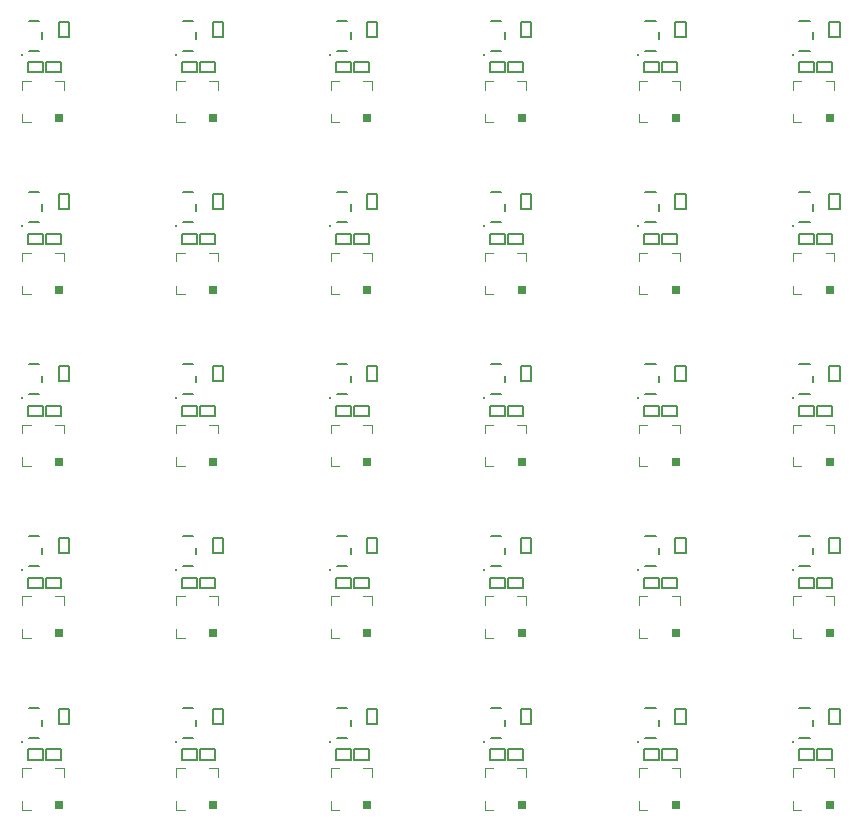
<source format=gbo>
G75*
%MOIN*%
%OFA0B0*%
%FSLAX25Y25*%
%IPPOS*%
%LPD*%
%AMOC8*
5,1,8,0,0,1.08239X$1,22.5*
%
%ADD10C,0.00800*%
%ADD11C,0.01000*%
%ADD12C,0.00400*%
%ADD13R,0.02953X0.02953*%
D10*
X0059905Y0062762D02*
X0059905Y0066169D01*
X0064905Y0066169D01*
X0064905Y0062762D01*
X0059905Y0062762D01*
X0065905Y0062769D02*
X0065905Y0066175D01*
X0070905Y0066175D01*
X0070905Y0062769D01*
X0065905Y0062769D01*
X0063596Y0069969D02*
X0060215Y0069969D01*
X0064696Y0073912D02*
X0064696Y0076025D01*
X0063596Y0079969D02*
X0060215Y0079969D01*
X0070205Y0079469D02*
X0070205Y0074469D01*
X0073612Y0074469D01*
X0073612Y0079469D01*
X0070205Y0079469D01*
X0111585Y0079969D02*
X0114966Y0079969D01*
X0116066Y0076025D02*
X0116066Y0073912D01*
X0121576Y0074469D02*
X0121576Y0079469D01*
X0124982Y0079469D01*
X0124982Y0074469D01*
X0121576Y0074469D01*
X0114966Y0069969D02*
X0111585Y0069969D01*
X0111276Y0066169D02*
X0111276Y0062762D01*
X0116276Y0062762D01*
X0116276Y0066169D01*
X0111276Y0066169D01*
X0117276Y0066175D02*
X0117276Y0062769D01*
X0122276Y0062769D01*
X0122276Y0066175D01*
X0117276Y0066175D01*
X0162646Y0066169D02*
X0162646Y0062762D01*
X0167646Y0062762D01*
X0167646Y0066169D01*
X0162646Y0066169D01*
X0162955Y0069969D02*
X0166336Y0069969D01*
X0168646Y0066175D02*
X0168646Y0062769D01*
X0173646Y0062769D01*
X0173646Y0066175D01*
X0168646Y0066175D01*
X0167436Y0073912D02*
X0167436Y0076025D01*
X0166336Y0079969D02*
X0162955Y0079969D01*
X0172946Y0079469D02*
X0172946Y0074469D01*
X0176352Y0074469D01*
X0176352Y0079469D01*
X0172946Y0079469D01*
X0214325Y0079969D02*
X0217706Y0079969D01*
X0218806Y0076025D02*
X0218806Y0073912D01*
X0217706Y0069969D02*
X0214325Y0069969D01*
X0214016Y0066169D02*
X0214016Y0062762D01*
X0219016Y0062762D01*
X0219016Y0066169D01*
X0214016Y0066169D01*
X0220016Y0066175D02*
X0220016Y0062769D01*
X0225016Y0062769D01*
X0225016Y0066175D01*
X0220016Y0066175D01*
X0224316Y0074469D02*
X0227722Y0074469D01*
X0227722Y0079469D01*
X0224316Y0079469D01*
X0224316Y0074469D01*
X0265695Y0069969D02*
X0269076Y0069969D01*
X0270386Y0066169D02*
X0265386Y0066169D01*
X0265386Y0062762D01*
X0270386Y0062762D01*
X0270386Y0066169D01*
X0271386Y0066175D02*
X0271386Y0062769D01*
X0276386Y0062769D01*
X0276386Y0066175D01*
X0271386Y0066175D01*
X0270176Y0073912D02*
X0270176Y0076025D01*
X0269076Y0079969D02*
X0265695Y0079969D01*
X0275686Y0079469D02*
X0275686Y0074469D01*
X0279092Y0074469D01*
X0279092Y0079469D01*
X0275686Y0079469D01*
X0317065Y0079969D02*
X0320446Y0079969D01*
X0321546Y0076025D02*
X0321546Y0073912D01*
X0327056Y0074469D02*
X0327056Y0079469D01*
X0330462Y0079469D01*
X0330462Y0074469D01*
X0327056Y0074469D01*
X0320446Y0069969D02*
X0317065Y0069969D01*
X0316756Y0066169D02*
X0316756Y0062762D01*
X0321756Y0062762D01*
X0321756Y0066169D01*
X0316756Y0066169D01*
X0322756Y0066175D02*
X0322756Y0062769D01*
X0327756Y0062769D01*
X0327756Y0066175D01*
X0322756Y0066175D01*
X0322756Y0120044D02*
X0327756Y0120044D01*
X0327756Y0123450D01*
X0322756Y0123450D01*
X0322756Y0120044D01*
X0321756Y0120038D02*
X0321756Y0123444D01*
X0316756Y0123444D01*
X0316756Y0120038D01*
X0321756Y0120038D01*
X0320446Y0127244D02*
X0317065Y0127244D01*
X0321546Y0131187D02*
X0321546Y0133301D01*
X0327056Y0131744D02*
X0327056Y0136744D01*
X0330462Y0136744D01*
X0330462Y0131744D01*
X0327056Y0131744D01*
X0320446Y0137244D02*
X0317065Y0137244D01*
X0279092Y0136744D02*
X0279092Y0131744D01*
X0275686Y0131744D01*
X0275686Y0136744D01*
X0279092Y0136744D01*
X0270176Y0133301D02*
X0270176Y0131187D01*
X0269076Y0127244D02*
X0265695Y0127244D01*
X0265386Y0123444D02*
X0265386Y0120038D01*
X0270386Y0120038D01*
X0270386Y0123444D01*
X0265386Y0123444D01*
X0271386Y0123450D02*
X0271386Y0120044D01*
X0276386Y0120044D01*
X0276386Y0123450D01*
X0271386Y0123450D01*
X0269076Y0137244D02*
X0265695Y0137244D01*
X0227722Y0136744D02*
X0227722Y0131744D01*
X0224316Y0131744D01*
X0224316Y0136744D01*
X0227722Y0136744D01*
X0218806Y0133301D02*
X0218806Y0131187D01*
X0217706Y0127244D02*
X0214325Y0127244D01*
X0214016Y0123444D02*
X0214016Y0120038D01*
X0219016Y0120038D01*
X0219016Y0123444D01*
X0214016Y0123444D01*
X0220016Y0123450D02*
X0220016Y0120044D01*
X0225016Y0120044D01*
X0225016Y0123450D01*
X0220016Y0123450D01*
X0217706Y0137244D02*
X0214325Y0137244D01*
X0176352Y0136744D02*
X0176352Y0131744D01*
X0172946Y0131744D01*
X0172946Y0136744D01*
X0176352Y0136744D01*
X0167436Y0133301D02*
X0167436Y0131187D01*
X0166336Y0127244D02*
X0162955Y0127244D01*
X0162646Y0123444D02*
X0162646Y0120038D01*
X0167646Y0120038D01*
X0167646Y0123444D01*
X0162646Y0123444D01*
X0168646Y0123450D02*
X0168646Y0120044D01*
X0173646Y0120044D01*
X0173646Y0123450D01*
X0168646Y0123450D01*
X0166336Y0137244D02*
X0162955Y0137244D01*
X0124982Y0136744D02*
X0124982Y0131744D01*
X0121576Y0131744D01*
X0121576Y0136744D01*
X0124982Y0136744D01*
X0116066Y0133301D02*
X0116066Y0131187D01*
X0114966Y0127244D02*
X0111585Y0127244D01*
X0111276Y0123444D02*
X0111276Y0120038D01*
X0116276Y0120038D01*
X0116276Y0123444D01*
X0111276Y0123444D01*
X0117276Y0123450D02*
X0117276Y0120044D01*
X0122276Y0120044D01*
X0122276Y0123450D01*
X0117276Y0123450D01*
X0114966Y0137244D02*
X0111585Y0137244D01*
X0073612Y0136744D02*
X0073612Y0131744D01*
X0070205Y0131744D01*
X0070205Y0136744D01*
X0073612Y0136744D01*
X0064696Y0133301D02*
X0064696Y0131187D01*
X0063596Y0127244D02*
X0060215Y0127244D01*
X0059905Y0123444D02*
X0059905Y0120038D01*
X0064905Y0120038D01*
X0064905Y0123444D01*
X0059905Y0123444D01*
X0065905Y0123450D02*
X0065905Y0120044D01*
X0070905Y0120044D01*
X0070905Y0123450D01*
X0065905Y0123450D01*
X0063596Y0137244D02*
X0060215Y0137244D01*
X0059905Y0177313D02*
X0059905Y0180720D01*
X0064905Y0180720D01*
X0064905Y0177313D01*
X0059905Y0177313D01*
X0065905Y0177320D02*
X0065905Y0180726D01*
X0070905Y0180726D01*
X0070905Y0177320D01*
X0065905Y0177320D01*
X0063596Y0184520D02*
X0060215Y0184520D01*
X0064696Y0188463D02*
X0064696Y0190576D01*
X0063596Y0194520D02*
X0060215Y0194520D01*
X0070205Y0194020D02*
X0070205Y0189020D01*
X0073612Y0189020D01*
X0073612Y0194020D01*
X0070205Y0194020D01*
X0070905Y0234595D02*
X0065905Y0234595D01*
X0065905Y0238002D01*
X0070905Y0238002D01*
X0070905Y0234595D01*
X0064905Y0234589D02*
X0064905Y0237995D01*
X0059905Y0237995D01*
X0059905Y0234589D01*
X0064905Y0234589D01*
X0063596Y0241795D02*
X0060215Y0241795D01*
X0064696Y0245739D02*
X0064696Y0247852D01*
X0063596Y0251795D02*
X0060215Y0251795D01*
X0070205Y0251295D02*
X0070205Y0246295D01*
X0073612Y0246295D01*
X0073612Y0251295D01*
X0070205Y0251295D01*
X0111585Y0251795D02*
X0114966Y0251795D01*
X0116066Y0247852D02*
X0116066Y0245739D01*
X0114966Y0241795D02*
X0111585Y0241795D01*
X0111276Y0237995D02*
X0111276Y0234589D01*
X0116276Y0234589D01*
X0116276Y0237995D01*
X0111276Y0237995D01*
X0117276Y0238002D02*
X0117276Y0234595D01*
X0122276Y0234595D01*
X0122276Y0238002D01*
X0117276Y0238002D01*
X0121576Y0246295D02*
X0124982Y0246295D01*
X0124982Y0251295D01*
X0121576Y0251295D01*
X0121576Y0246295D01*
X0162955Y0241795D02*
X0166336Y0241795D01*
X0167646Y0237995D02*
X0162646Y0237995D01*
X0162646Y0234589D01*
X0167646Y0234589D01*
X0167646Y0237995D01*
X0168646Y0238002D02*
X0168646Y0234595D01*
X0173646Y0234595D01*
X0173646Y0238002D01*
X0168646Y0238002D01*
X0167436Y0245739D02*
X0167436Y0247852D01*
X0166336Y0251795D02*
X0162955Y0251795D01*
X0172946Y0251295D02*
X0172946Y0246295D01*
X0176352Y0246295D01*
X0176352Y0251295D01*
X0172946Y0251295D01*
X0214325Y0251795D02*
X0217706Y0251795D01*
X0218806Y0247852D02*
X0218806Y0245739D01*
X0217706Y0241795D02*
X0214325Y0241795D01*
X0214016Y0237995D02*
X0214016Y0234589D01*
X0219016Y0234589D01*
X0219016Y0237995D01*
X0214016Y0237995D01*
X0220016Y0238002D02*
X0220016Y0234595D01*
X0225016Y0234595D01*
X0225016Y0238002D01*
X0220016Y0238002D01*
X0224316Y0246295D02*
X0227722Y0246295D01*
X0227722Y0251295D01*
X0224316Y0251295D01*
X0224316Y0246295D01*
X0265695Y0241795D02*
X0269076Y0241795D01*
X0270386Y0237995D02*
X0265386Y0237995D01*
X0265386Y0234589D01*
X0270386Y0234589D01*
X0270386Y0237995D01*
X0271386Y0238002D02*
X0271386Y0234595D01*
X0276386Y0234595D01*
X0276386Y0238002D01*
X0271386Y0238002D01*
X0270176Y0245739D02*
X0270176Y0247852D01*
X0269076Y0251795D02*
X0265695Y0251795D01*
X0275686Y0251295D02*
X0275686Y0246295D01*
X0279092Y0246295D01*
X0279092Y0251295D01*
X0275686Y0251295D01*
X0317065Y0251795D02*
X0320446Y0251795D01*
X0321546Y0247852D02*
X0321546Y0245739D01*
X0320446Y0241795D02*
X0317065Y0241795D01*
X0316756Y0237995D02*
X0316756Y0234589D01*
X0321756Y0234589D01*
X0321756Y0237995D01*
X0316756Y0237995D01*
X0322756Y0238002D02*
X0322756Y0234595D01*
X0327756Y0234595D01*
X0327756Y0238002D01*
X0322756Y0238002D01*
X0327056Y0246295D02*
X0330462Y0246295D01*
X0330462Y0251295D01*
X0327056Y0251295D01*
X0327056Y0246295D01*
X0327756Y0291871D02*
X0322756Y0291871D01*
X0322756Y0295277D01*
X0327756Y0295277D01*
X0327756Y0291871D01*
X0321756Y0291865D02*
X0321756Y0295271D01*
X0316756Y0295271D01*
X0316756Y0291865D01*
X0321756Y0291865D01*
X0320446Y0299071D02*
X0317065Y0299071D01*
X0321546Y0303014D02*
X0321546Y0305128D01*
X0320446Y0309071D02*
X0317065Y0309071D01*
X0327056Y0308571D02*
X0327056Y0303571D01*
X0330462Y0303571D01*
X0330462Y0308571D01*
X0327056Y0308571D01*
X0279092Y0308571D02*
X0279092Y0303571D01*
X0275686Y0303571D01*
X0275686Y0308571D01*
X0279092Y0308571D01*
X0270176Y0305128D02*
X0270176Y0303014D01*
X0269076Y0299071D02*
X0265695Y0299071D01*
X0265386Y0295271D02*
X0265386Y0291865D01*
X0270386Y0291865D01*
X0270386Y0295271D01*
X0265386Y0295271D01*
X0271386Y0295277D02*
X0271386Y0291871D01*
X0276386Y0291871D01*
X0276386Y0295277D01*
X0271386Y0295277D01*
X0269076Y0309071D02*
X0265695Y0309071D01*
X0227722Y0308571D02*
X0227722Y0303571D01*
X0224316Y0303571D01*
X0224316Y0308571D01*
X0227722Y0308571D01*
X0218806Y0305128D02*
X0218806Y0303014D01*
X0217706Y0299071D02*
X0214325Y0299071D01*
X0214016Y0295271D02*
X0214016Y0291865D01*
X0219016Y0291865D01*
X0219016Y0295271D01*
X0214016Y0295271D01*
X0220016Y0295277D02*
X0220016Y0291871D01*
X0225016Y0291871D01*
X0225016Y0295277D01*
X0220016Y0295277D01*
X0217706Y0309071D02*
X0214325Y0309071D01*
X0176352Y0308571D02*
X0176352Y0303571D01*
X0172946Y0303571D01*
X0172946Y0308571D01*
X0176352Y0308571D01*
X0167436Y0305128D02*
X0167436Y0303014D01*
X0166336Y0299071D02*
X0162955Y0299071D01*
X0162646Y0295271D02*
X0162646Y0291865D01*
X0167646Y0291865D01*
X0167646Y0295271D01*
X0162646Y0295271D01*
X0168646Y0295277D02*
X0168646Y0291871D01*
X0173646Y0291871D01*
X0173646Y0295277D01*
X0168646Y0295277D01*
X0166336Y0309071D02*
X0162955Y0309071D01*
X0124982Y0308571D02*
X0124982Y0303571D01*
X0121576Y0303571D01*
X0121576Y0308571D01*
X0124982Y0308571D01*
X0116066Y0305128D02*
X0116066Y0303014D01*
X0114966Y0299071D02*
X0111585Y0299071D01*
X0111276Y0295271D02*
X0111276Y0291865D01*
X0116276Y0291865D01*
X0116276Y0295271D01*
X0111276Y0295271D01*
X0117276Y0295277D02*
X0117276Y0291871D01*
X0122276Y0291871D01*
X0122276Y0295277D01*
X0117276Y0295277D01*
X0114966Y0309071D02*
X0111585Y0309071D01*
X0073612Y0308571D02*
X0073612Y0303571D01*
X0070205Y0303571D01*
X0070205Y0308571D01*
X0073612Y0308571D01*
X0064696Y0305128D02*
X0064696Y0303014D01*
X0063596Y0299071D02*
X0060215Y0299071D01*
X0059905Y0295271D02*
X0059905Y0291865D01*
X0064905Y0291865D01*
X0064905Y0295271D01*
X0059905Y0295271D01*
X0065905Y0295277D02*
X0065905Y0291871D01*
X0070905Y0291871D01*
X0070905Y0295277D01*
X0065905Y0295277D01*
X0063596Y0309071D02*
X0060215Y0309071D01*
X0111585Y0194520D02*
X0114966Y0194520D01*
X0116066Y0190576D02*
X0116066Y0188463D01*
X0114966Y0184520D02*
X0111585Y0184520D01*
X0111276Y0180720D02*
X0111276Y0177313D01*
X0116276Y0177313D01*
X0116276Y0180720D01*
X0111276Y0180720D01*
X0117276Y0180726D02*
X0117276Y0177320D01*
X0122276Y0177320D01*
X0122276Y0180726D01*
X0117276Y0180726D01*
X0121576Y0189020D02*
X0124982Y0189020D01*
X0124982Y0194020D01*
X0121576Y0194020D01*
X0121576Y0189020D01*
X0162955Y0184520D02*
X0166336Y0184520D01*
X0167646Y0180720D02*
X0162646Y0180720D01*
X0162646Y0177313D01*
X0167646Y0177313D01*
X0167646Y0180720D01*
X0168646Y0180726D02*
X0168646Y0177320D01*
X0173646Y0177320D01*
X0173646Y0180726D01*
X0168646Y0180726D01*
X0167436Y0188463D02*
X0167436Y0190576D01*
X0166336Y0194520D02*
X0162955Y0194520D01*
X0172946Y0194020D02*
X0172946Y0189020D01*
X0176352Y0189020D01*
X0176352Y0194020D01*
X0172946Y0194020D01*
X0214325Y0194520D02*
X0217706Y0194520D01*
X0218806Y0190576D02*
X0218806Y0188463D01*
X0217706Y0184520D02*
X0214325Y0184520D01*
X0214016Y0180720D02*
X0214016Y0177313D01*
X0219016Y0177313D01*
X0219016Y0180720D01*
X0214016Y0180720D01*
X0220016Y0180726D02*
X0220016Y0177320D01*
X0225016Y0177320D01*
X0225016Y0180726D01*
X0220016Y0180726D01*
X0224316Y0189020D02*
X0227722Y0189020D01*
X0227722Y0194020D01*
X0224316Y0194020D01*
X0224316Y0189020D01*
X0265695Y0184520D02*
X0269076Y0184520D01*
X0270386Y0180720D02*
X0265386Y0180720D01*
X0265386Y0177313D01*
X0270386Y0177313D01*
X0270386Y0180720D01*
X0271386Y0180726D02*
X0271386Y0177320D01*
X0276386Y0177320D01*
X0276386Y0180726D01*
X0271386Y0180726D01*
X0270176Y0188463D02*
X0270176Y0190576D01*
X0269076Y0194520D02*
X0265695Y0194520D01*
X0275686Y0194020D02*
X0275686Y0189020D01*
X0279092Y0189020D01*
X0279092Y0194020D01*
X0275686Y0194020D01*
X0317065Y0194520D02*
X0320446Y0194520D01*
X0321546Y0190576D02*
X0321546Y0188463D01*
X0320446Y0184520D02*
X0317065Y0184520D01*
X0316756Y0180720D02*
X0316756Y0177313D01*
X0321756Y0177313D01*
X0321756Y0180720D01*
X0316756Y0180720D01*
X0322756Y0180726D02*
X0322756Y0177320D01*
X0327756Y0177320D01*
X0327756Y0180726D01*
X0322756Y0180726D01*
X0327056Y0189020D02*
X0330462Y0189020D01*
X0330462Y0194020D01*
X0327056Y0194020D01*
X0327056Y0189020D01*
D11*
X0314756Y0183220D03*
X0263386Y0183220D03*
X0212016Y0183220D03*
X0160646Y0183220D03*
X0109276Y0183220D03*
X0057905Y0183220D03*
X0057905Y0240495D03*
X0109276Y0240495D03*
X0160646Y0240495D03*
X0212016Y0240495D03*
X0263386Y0240495D03*
X0314756Y0240495D03*
X0314756Y0297771D03*
X0263386Y0297771D03*
X0212016Y0297771D03*
X0160646Y0297771D03*
X0109276Y0297771D03*
X0057905Y0297771D03*
X0057905Y0125944D03*
X0109276Y0125944D03*
X0160646Y0125944D03*
X0212016Y0125944D03*
X0263386Y0125944D03*
X0314756Y0125944D03*
X0314756Y0068669D03*
X0263386Y0068669D03*
X0212016Y0068669D03*
X0160646Y0068669D03*
X0109276Y0068669D03*
X0057905Y0068669D03*
D12*
X0058016Y0048933D02*
X0058016Y0046079D01*
X0060870Y0046079D01*
X0069039Y0047063D02*
X0070811Y0047063D01*
X0070811Y0048835D01*
X0071795Y0057004D02*
X0071795Y0059858D01*
X0068941Y0059858D01*
X0060870Y0059858D02*
X0058016Y0059858D01*
X0058016Y0057004D01*
X0058016Y0103354D02*
X0058016Y0106209D01*
X0058016Y0103354D02*
X0060870Y0103354D01*
X0069039Y0104339D02*
X0070811Y0104339D01*
X0070811Y0106110D01*
X0071795Y0114280D02*
X0071795Y0117134D01*
X0068941Y0117134D01*
X0060870Y0117134D02*
X0058016Y0117134D01*
X0058016Y0114280D01*
X0058016Y0160630D02*
X0058016Y0163484D01*
X0058016Y0160630D02*
X0060870Y0160630D01*
X0069039Y0161614D02*
X0070811Y0161614D01*
X0070811Y0163386D01*
X0071795Y0171555D02*
X0071795Y0174409D01*
X0068941Y0174409D01*
X0060870Y0174409D02*
X0058016Y0174409D01*
X0058016Y0171555D01*
X0058016Y0217906D02*
X0058016Y0220760D01*
X0058016Y0217906D02*
X0060870Y0217906D01*
X0069039Y0218890D02*
X0070811Y0218890D01*
X0070811Y0220661D01*
X0071795Y0228831D02*
X0071795Y0231685D01*
X0068941Y0231685D01*
X0060870Y0231685D02*
X0058016Y0231685D01*
X0058016Y0228831D01*
X0058016Y0275181D02*
X0058016Y0278035D01*
X0058016Y0275181D02*
X0060870Y0275181D01*
X0069039Y0276165D02*
X0070811Y0276165D01*
X0070811Y0277937D01*
X0071795Y0286106D02*
X0071795Y0288961D01*
X0068941Y0288961D01*
X0060870Y0288961D02*
X0058016Y0288961D01*
X0058016Y0286106D01*
X0109386Y0286106D02*
X0109386Y0288961D01*
X0112240Y0288961D01*
X0120311Y0288961D02*
X0123165Y0288961D01*
X0123165Y0286106D01*
X0122181Y0277937D02*
X0122181Y0276165D01*
X0120409Y0276165D01*
X0112240Y0275181D02*
X0109386Y0275181D01*
X0109386Y0278035D01*
X0109386Y0231685D02*
X0112240Y0231685D01*
X0109386Y0231685D02*
X0109386Y0228831D01*
X0109386Y0220760D02*
X0109386Y0217906D01*
X0112240Y0217906D01*
X0120409Y0218890D02*
X0122181Y0218890D01*
X0122181Y0220661D01*
X0123165Y0228831D02*
X0123165Y0231685D01*
X0120311Y0231685D01*
X0160756Y0231685D02*
X0163610Y0231685D01*
X0160756Y0231685D02*
X0160756Y0228831D01*
X0160756Y0220760D02*
X0160756Y0217906D01*
X0163610Y0217906D01*
X0171780Y0218890D02*
X0173551Y0218890D01*
X0173551Y0220661D01*
X0174535Y0228831D02*
X0174535Y0231685D01*
X0171681Y0231685D01*
X0212126Y0231685D02*
X0214980Y0231685D01*
X0212126Y0231685D02*
X0212126Y0228831D01*
X0212126Y0220760D02*
X0212126Y0217906D01*
X0214980Y0217906D01*
X0223150Y0218890D02*
X0224921Y0218890D01*
X0224921Y0220661D01*
X0225905Y0228831D02*
X0225905Y0231685D01*
X0223051Y0231685D01*
X0263496Y0231685D02*
X0266350Y0231685D01*
X0263496Y0231685D02*
X0263496Y0228831D01*
X0263496Y0220760D02*
X0263496Y0217906D01*
X0266350Y0217906D01*
X0274520Y0218890D02*
X0276291Y0218890D01*
X0276291Y0220661D01*
X0277276Y0228831D02*
X0277276Y0231685D01*
X0274421Y0231685D01*
X0314866Y0231685D02*
X0317720Y0231685D01*
X0314866Y0231685D02*
X0314866Y0228831D01*
X0314866Y0220760D02*
X0314866Y0217906D01*
X0317720Y0217906D01*
X0325890Y0218890D02*
X0327661Y0218890D01*
X0327661Y0220661D01*
X0328646Y0228831D02*
X0328646Y0231685D01*
X0325791Y0231685D01*
X0317720Y0275181D02*
X0314866Y0275181D01*
X0314866Y0278035D01*
X0314866Y0286106D02*
X0314866Y0288961D01*
X0317720Y0288961D01*
X0325791Y0288961D02*
X0328646Y0288961D01*
X0328646Y0286106D01*
X0327661Y0277937D02*
X0327661Y0276165D01*
X0325890Y0276165D01*
X0276291Y0276165D02*
X0274520Y0276165D01*
X0276291Y0276165D02*
X0276291Y0277937D01*
X0277276Y0286106D02*
X0277276Y0288961D01*
X0274421Y0288961D01*
X0266350Y0288961D02*
X0263496Y0288961D01*
X0263496Y0286106D01*
X0263496Y0278035D02*
X0263496Y0275181D01*
X0266350Y0275181D01*
X0224921Y0276165D02*
X0223150Y0276165D01*
X0224921Y0276165D02*
X0224921Y0277937D01*
X0225905Y0286106D02*
X0225905Y0288961D01*
X0223051Y0288961D01*
X0214980Y0288961D02*
X0212126Y0288961D01*
X0212126Y0286106D01*
X0212126Y0278035D02*
X0212126Y0275181D01*
X0214980Y0275181D01*
X0173551Y0276165D02*
X0171780Y0276165D01*
X0173551Y0276165D02*
X0173551Y0277937D01*
X0174535Y0286106D02*
X0174535Y0288961D01*
X0171681Y0288961D01*
X0163610Y0288961D02*
X0160756Y0288961D01*
X0160756Y0286106D01*
X0160756Y0278035D02*
X0160756Y0275181D01*
X0163610Y0275181D01*
X0163610Y0174409D02*
X0160756Y0174409D01*
X0160756Y0171555D01*
X0160756Y0163484D02*
X0160756Y0160630D01*
X0163610Y0160630D01*
X0171780Y0161614D02*
X0173551Y0161614D01*
X0173551Y0163386D01*
X0174535Y0171555D02*
X0174535Y0174409D01*
X0171681Y0174409D01*
X0212126Y0174409D02*
X0212126Y0171555D01*
X0212126Y0174409D02*
X0214980Y0174409D01*
X0223051Y0174409D02*
X0225905Y0174409D01*
X0225905Y0171555D01*
X0224921Y0163386D02*
X0224921Y0161614D01*
X0223150Y0161614D01*
X0214980Y0160630D02*
X0212126Y0160630D01*
X0212126Y0163484D01*
X0212126Y0117134D02*
X0214980Y0117134D01*
X0212126Y0117134D02*
X0212126Y0114280D01*
X0212126Y0106209D02*
X0212126Y0103354D01*
X0214980Y0103354D01*
X0223150Y0104339D02*
X0224921Y0104339D01*
X0224921Y0106110D01*
X0225905Y0114280D02*
X0225905Y0117134D01*
X0223051Y0117134D01*
X0263496Y0117134D02*
X0263496Y0114280D01*
X0263496Y0117134D02*
X0266350Y0117134D01*
X0274421Y0117134D02*
X0277276Y0117134D01*
X0277276Y0114280D01*
X0276291Y0106110D02*
X0276291Y0104339D01*
X0274520Y0104339D01*
X0266350Y0103354D02*
X0263496Y0103354D01*
X0263496Y0106209D01*
X0263496Y0059858D02*
X0266350Y0059858D01*
X0263496Y0059858D02*
X0263496Y0057004D01*
X0263496Y0048933D02*
X0263496Y0046079D01*
X0266350Y0046079D01*
X0274520Y0047063D02*
X0276291Y0047063D01*
X0276291Y0048835D01*
X0277276Y0057004D02*
X0277276Y0059858D01*
X0274421Y0059858D01*
X0314866Y0059858D02*
X0314866Y0057004D01*
X0314866Y0059858D02*
X0317720Y0059858D01*
X0325791Y0059858D02*
X0328646Y0059858D01*
X0328646Y0057004D01*
X0327661Y0048835D02*
X0327661Y0047063D01*
X0325890Y0047063D01*
X0317720Y0046079D02*
X0314866Y0046079D01*
X0314866Y0048933D01*
X0314866Y0103354D02*
X0314866Y0106209D01*
X0314866Y0103354D02*
X0317720Y0103354D01*
X0325890Y0104339D02*
X0327661Y0104339D01*
X0327661Y0106110D01*
X0328646Y0114280D02*
X0328646Y0117134D01*
X0325791Y0117134D01*
X0317720Y0117134D02*
X0314866Y0117134D01*
X0314866Y0114280D01*
X0314866Y0160630D02*
X0314866Y0163484D01*
X0314866Y0160630D02*
X0317720Y0160630D01*
X0325890Y0161614D02*
X0327661Y0161614D01*
X0327661Y0163386D01*
X0328646Y0171555D02*
X0328646Y0174409D01*
X0325791Y0174409D01*
X0317720Y0174409D02*
X0314866Y0174409D01*
X0314866Y0171555D01*
X0277276Y0171555D02*
X0277276Y0174409D01*
X0274421Y0174409D01*
X0266350Y0174409D02*
X0263496Y0174409D01*
X0263496Y0171555D01*
X0263496Y0163484D02*
X0263496Y0160630D01*
X0266350Y0160630D01*
X0274520Y0161614D02*
X0276291Y0161614D01*
X0276291Y0163386D01*
X0174535Y0117134D02*
X0174535Y0114280D01*
X0174535Y0117134D02*
X0171681Y0117134D01*
X0163610Y0117134D02*
X0160756Y0117134D01*
X0160756Y0114280D01*
X0160756Y0106209D02*
X0160756Y0103354D01*
X0163610Y0103354D01*
X0171780Y0104339D02*
X0173551Y0104339D01*
X0173551Y0106110D01*
X0174535Y0059858D02*
X0174535Y0057004D01*
X0174535Y0059858D02*
X0171681Y0059858D01*
X0163610Y0059858D02*
X0160756Y0059858D01*
X0160756Y0057004D01*
X0160756Y0048933D02*
X0160756Y0046079D01*
X0163610Y0046079D01*
X0171780Y0047063D02*
X0173551Y0047063D01*
X0173551Y0048835D01*
X0212126Y0048933D02*
X0212126Y0046079D01*
X0214980Y0046079D01*
X0223150Y0047063D02*
X0224921Y0047063D01*
X0224921Y0048835D01*
X0225905Y0057004D02*
X0225905Y0059858D01*
X0223051Y0059858D01*
X0214980Y0059858D02*
X0212126Y0059858D01*
X0212126Y0057004D01*
X0123165Y0057004D02*
X0123165Y0059858D01*
X0120311Y0059858D01*
X0112240Y0059858D02*
X0109386Y0059858D01*
X0109386Y0057004D01*
X0109386Y0048933D02*
X0109386Y0046079D01*
X0112240Y0046079D01*
X0120409Y0047063D02*
X0122181Y0047063D01*
X0122181Y0048835D01*
X0112240Y0103354D02*
X0109386Y0103354D01*
X0109386Y0106209D01*
X0109386Y0114280D02*
X0109386Y0117134D01*
X0112240Y0117134D01*
X0120311Y0117134D02*
X0123165Y0117134D01*
X0123165Y0114280D01*
X0122181Y0106110D02*
X0122181Y0104339D01*
X0120409Y0104339D01*
X0112240Y0160630D02*
X0109386Y0160630D01*
X0109386Y0163484D01*
X0109386Y0171555D02*
X0109386Y0174409D01*
X0112240Y0174409D01*
X0120311Y0174409D02*
X0123165Y0174409D01*
X0123165Y0171555D01*
X0122181Y0163386D02*
X0122181Y0161614D01*
X0120409Y0161614D01*
D13*
X0121689Y0162106D03*
X0173059Y0162106D03*
X0224429Y0162106D03*
X0275799Y0162106D03*
X0327169Y0162106D03*
X0327169Y0219382D03*
X0275799Y0219382D03*
X0224429Y0219382D03*
X0173059Y0219382D03*
X0121689Y0219382D03*
X0070319Y0219382D03*
X0070319Y0276658D03*
X0121689Y0276658D03*
X0173059Y0276658D03*
X0224429Y0276658D03*
X0275799Y0276658D03*
X0327169Y0276658D03*
X0327169Y0104831D03*
X0275799Y0104831D03*
X0224429Y0104831D03*
X0173059Y0104831D03*
X0121689Y0104831D03*
X0070319Y0104831D03*
X0070319Y0047555D03*
X0121689Y0047555D03*
X0173059Y0047555D03*
X0224429Y0047555D03*
X0275799Y0047555D03*
X0327169Y0047555D03*
X0070319Y0162106D03*
M02*

</source>
